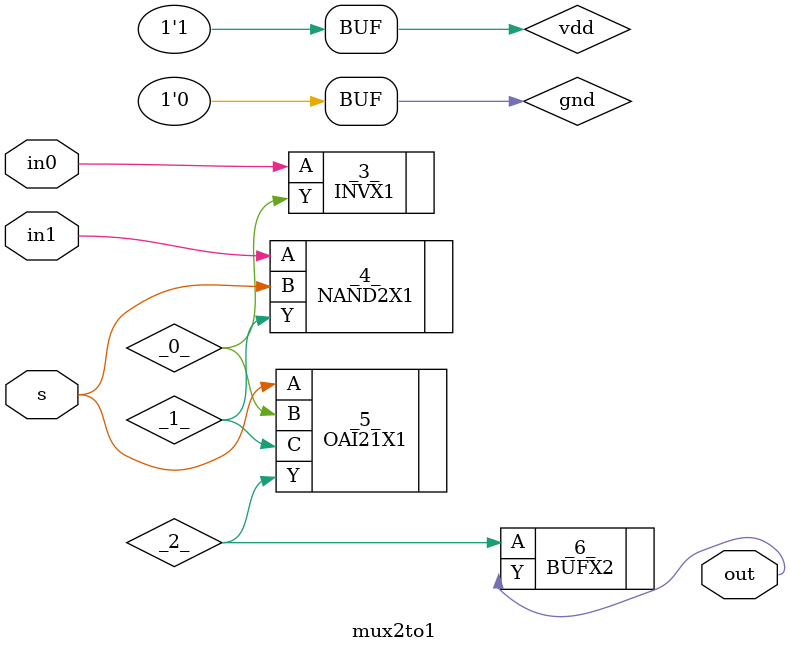
<source format=v>
/* Verilog module written by DEF2Verilog (qflow) */
module mux2to1 (
    input in0,
    input in1,
    output out,
    input s
);

wire s ;
wire out ;
wire _1_ ;
wire _0_ ;
wire gnd = 1'b0 ;
wire _2_ ;
wire vdd = 1'b1 ;
wire in0 ;
wire in1 ;

FILL SFILL1040x100 (
);

FILL SFILL1520x100 (
);

NAND2X1 _4_ (
    .A(in1),
    .B(s),
    .Y(_1_)
);

FILL SFILL1360x100 (
);

FILL SFILL1680x100 (
);

FILL SFILL3120x100 (
);

BUFX2 _6_ (
    .A(_2_),
    .Y(out)
);

INVX1 _3_ (
    .A(in0),
    .Y(_0_)
);

FILL SFILL3440x100 (
);

FILL SFILL3280x100 (
);

OAI21X1 _5_ (
    .A(s),
    .B(_0_),
    .C(_1_),
    .Y(_2_)
);

FILL SFILL2000x100 (
);

FILL SFILL2960x100 (
);

FILL SFILL1840x100 (
);

FILL SFILL2160x100 (
);

FILL SFILL1200x100 (
);

endmodule

</source>
